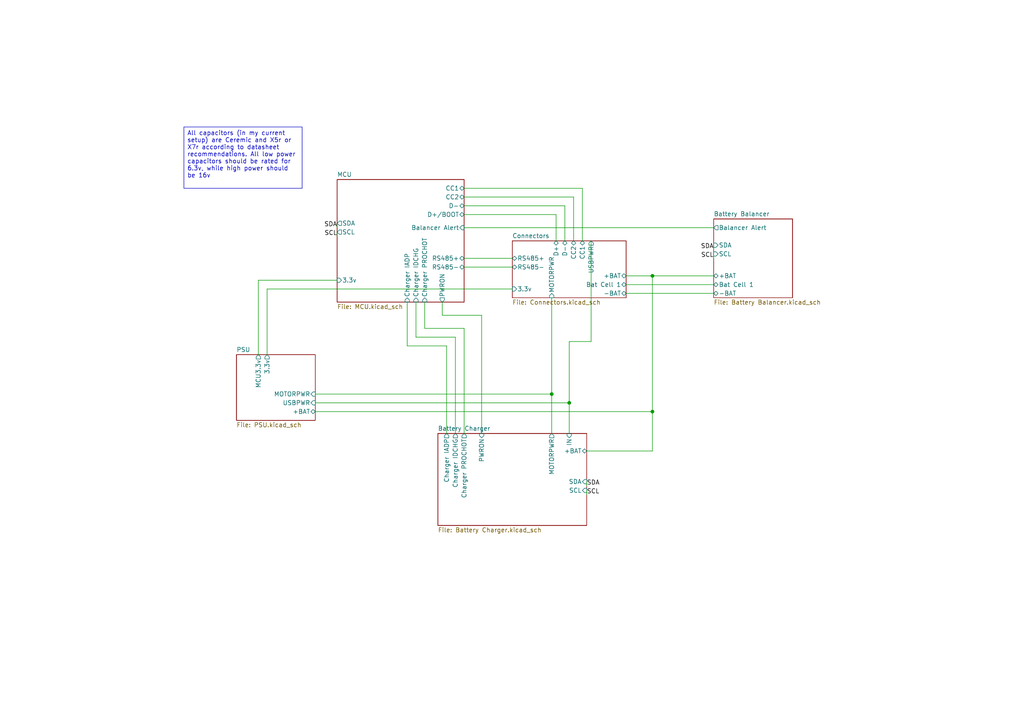
<source format=kicad_sch>
(kicad_sch
	(version 20231120)
	(generator "eeschema")
	(generator_version "8.0")
	(uuid "eb3f183d-8bb1-43a5-a363-092ed67891e3")
	(paper "A4")
	(title_block
		(title "CACKLE 2s 40A PSU & Charger")
		(date "2024-12-01")
		(rev "V1")
		(comment 1 "Author: Asher Edwards")
	)
	(lib_symbols)
	(junction
		(at 165.1 116.84)
		(diameter 0)
		(color 0 0 0 0)
		(uuid "9183ef1f-2af4-4ddd-8ee0-045afe8073f9")
	)
	(junction
		(at 160.02 114.3)
		(diameter 0)
		(color 0 0 0 0)
		(uuid "ab16a1a4-ddd7-4941-b125-887a99519bba")
	)
	(junction
		(at 189.23 119.38)
		(diameter 0)
		(color 0 0 0 0)
		(uuid "c8b03193-6f0e-4a0b-84f6-70205eafaee7")
	)
	(junction
		(at 189.23 80.01)
		(diameter 0)
		(color 0 0 0 0)
		(uuid "fb206044-ef9d-4385-bc5a-ca0f7cee377c")
	)
	(wire
		(pts
			(xy 170.18 140.97) (xy 170.18 139.7)
		)
		(stroke
			(width 0)
			(type default)
		)
		(uuid "03d25202-187a-4a73-abeb-5af46a0b7643")
	)
	(wire
		(pts
			(xy 97.79 68.58) (xy 97.79 67.31)
		)
		(stroke
			(width 0)
			(type default)
		)
		(uuid "0431ee2b-4f48-4eac-b99e-1cba1c07d10e")
	)
	(wire
		(pts
			(xy 181.61 80.01) (xy 189.23 80.01)
		)
		(stroke
			(width 0)
			(type default)
		)
		(uuid "1793ec84-5a77-4094-b1f2-6430d001a39b")
	)
	(wire
		(pts
			(xy 120.65 87.63) (xy 120.65 97.79)
		)
		(stroke
			(width 0)
			(type default)
		)
		(uuid "1be8d884-604c-4d82-920e-d45c766bb85e")
	)
	(wire
		(pts
			(xy 170.18 143.51) (xy 170.18 142.24)
		)
		(stroke
			(width 0)
			(type default)
		)
		(uuid "1dca155d-3489-4a59-855f-d60f82852f04")
	)
	(wire
		(pts
			(xy 165.1 99.06) (xy 165.1 116.84)
		)
		(stroke
			(width 0)
			(type default)
		)
		(uuid "1ed2b064-65eb-47ae-8a34-a8fd6d8fbf0a")
	)
	(wire
		(pts
			(xy 168.91 54.61) (xy 134.62 54.61)
		)
		(stroke
			(width 0)
			(type default)
		)
		(uuid "2247ff3d-6b3b-4df1-b084-9705c6105041")
	)
	(wire
		(pts
			(xy 77.47 102.87) (xy 77.47 83.82)
		)
		(stroke
			(width 0)
			(type default)
		)
		(uuid "26f1ffa6-88c2-4362-a00b-1e5c358fef48")
	)
	(wire
		(pts
			(xy 163.83 59.69) (xy 134.62 59.69)
		)
		(stroke
			(width 0)
			(type default)
		)
		(uuid "2f52ebac-b929-44d6-9d77-efc2e1c7eb45")
	)
	(wire
		(pts
			(xy 77.47 83.82) (xy 148.59 83.82)
		)
		(stroke
			(width 0)
			(type default)
		)
		(uuid "2f8d6741-b02f-4cd7-b606-98154f3396e1")
	)
	(wire
		(pts
			(xy 161.29 62.23) (xy 134.62 62.23)
		)
		(stroke
			(width 0)
			(type default)
		)
		(uuid "32dba635-afdd-4f58-b25c-cd91ddb8b5c6")
	)
	(wire
		(pts
			(xy 74.93 81.28) (xy 97.79 81.28)
		)
		(stroke
			(width 0)
			(type default)
		)
		(uuid "332b86c9-d2f4-43d5-8e5a-4d5cd20627e0")
	)
	(wire
		(pts
			(xy 189.23 80.01) (xy 189.23 119.38)
		)
		(stroke
			(width 0)
			(type default)
		)
		(uuid "336c00dc-3977-42fd-92d2-0a32187c3543")
	)
	(wire
		(pts
			(xy 91.44 116.84) (xy 165.1 116.84)
		)
		(stroke
			(width 0)
			(type default)
		)
		(uuid "4a67e4a6-97c7-449c-849b-e73c6b364eda")
	)
	(wire
		(pts
			(xy 181.61 85.09) (xy 207.01 85.09)
		)
		(stroke
			(width 0)
			(type default)
		)
		(uuid "4cbab67b-d754-4ade-9a9b-15b092a6ffa7")
	)
	(wire
		(pts
			(xy 139.7 91.44) (xy 139.7 125.73)
		)
		(stroke
			(width 0)
			(type default)
		)
		(uuid "558fa873-20b8-42a2-9a27-2ea30421f212")
	)
	(wire
		(pts
			(xy 168.91 69.85) (xy 168.91 54.61)
		)
		(stroke
			(width 0)
			(type default)
		)
		(uuid "5e326de8-39ca-4ec8-af64-6c940e4f9941")
	)
	(wire
		(pts
			(xy 118.11 100.33) (xy 129.54 100.33)
		)
		(stroke
			(width 0)
			(type default)
		)
		(uuid "602239c1-5d8f-4ef5-b5e8-900427d64803")
	)
	(wire
		(pts
			(xy 128.27 87.63) (xy 128.27 91.44)
		)
		(stroke
			(width 0)
			(type default)
		)
		(uuid "645a7523-57db-4a20-8ff3-a6346103c0bb")
	)
	(wire
		(pts
			(xy 166.37 69.85) (xy 166.37 57.15)
		)
		(stroke
			(width 0)
			(type default)
		)
		(uuid "6f76bb64-ab74-4482-ba65-d3f1f6d333fa")
	)
	(wire
		(pts
			(xy 128.27 91.44) (xy 139.7 91.44)
		)
		(stroke
			(width 0)
			(type default)
		)
		(uuid "705aaf8b-00bd-422a-a468-ff1ddfafe6a5")
	)
	(wire
		(pts
			(xy 91.44 119.38) (xy 189.23 119.38)
		)
		(stroke
			(width 0)
			(type default)
		)
		(uuid "70c60828-8212-464d-8452-2c1a04e03220")
	)
	(wire
		(pts
			(xy 74.93 102.87) (xy 74.93 81.28)
		)
		(stroke
			(width 0)
			(type default)
		)
		(uuid "711fac7d-3f6c-42b5-9a69-03757771022f")
	)
	(wire
		(pts
			(xy 91.44 114.3) (xy 160.02 114.3)
		)
		(stroke
			(width 0)
			(type default)
		)
		(uuid "73588807-10c8-4d00-84bb-ed0716aa709b")
	)
	(wire
		(pts
			(xy 181.61 82.55) (xy 207.01 82.55)
		)
		(stroke
			(width 0)
			(type default)
		)
		(uuid "7542ccb4-e525-4ac4-851b-ebf3048647fd")
	)
	(wire
		(pts
			(xy 120.65 97.79) (xy 132.08 97.79)
		)
		(stroke
			(width 0)
			(type default)
		)
		(uuid "79ad1b66-b938-4ce6-9865-3ccda9343574")
	)
	(wire
		(pts
			(xy 165.1 116.84) (xy 165.1 125.73)
		)
		(stroke
			(width 0)
			(type default)
		)
		(uuid "85b02d91-9f0c-46d6-b941-4c0943a61869")
	)
	(wire
		(pts
			(xy 207.01 72.39) (xy 207.01 71.12)
		)
		(stroke
			(width 0)
			(type default)
		)
		(uuid "85dc6811-c18e-4e30-a0b6-a187f3fb1c7b")
	)
	(wire
		(pts
			(xy 163.83 69.85) (xy 163.83 59.69)
		)
		(stroke
			(width 0)
			(type default)
		)
		(uuid "885284b9-5f69-4025-a0d1-1a7685987d42")
	)
	(wire
		(pts
			(xy 132.08 97.79) (xy 132.08 125.73)
		)
		(stroke
			(width 0)
			(type default)
		)
		(uuid "9053b374-9325-4fe0-911c-c1031848a401")
	)
	(wire
		(pts
			(xy 134.62 66.04) (xy 207.01 66.04)
		)
		(stroke
			(width 0)
			(type default)
		)
		(uuid "9d95ee71-1cfb-4e96-9409-d147fdd423a2")
	)
	(wire
		(pts
			(xy 166.37 57.15) (xy 134.62 57.15)
		)
		(stroke
			(width 0)
			(type default)
		)
		(uuid "a1311b6f-7ce0-4d67-8c2f-807bde42d1ac")
	)
	(wire
		(pts
			(xy 160.02 86.36) (xy 160.02 114.3)
		)
		(stroke
			(width 0)
			(type default)
		)
		(uuid "a4b3a588-a69e-4268-937a-74d9e0505eba")
	)
	(wire
		(pts
			(xy 207.01 74.93) (xy 207.01 73.66)
		)
		(stroke
			(width 0)
			(type default)
		)
		(uuid "a76ffdc3-1ca7-4b39-929c-e94a1ed660cc")
	)
	(wire
		(pts
			(xy 123.19 95.25) (xy 134.62 95.25)
		)
		(stroke
			(width 0)
			(type default)
		)
		(uuid "a94906bd-653a-4990-a99d-2d56713e191b")
	)
	(wire
		(pts
			(xy 161.29 69.85) (xy 161.29 62.23)
		)
		(stroke
			(width 0)
			(type default)
		)
		(uuid "ab67f892-2ae3-4104-a46e-6fb1fbd7ab8a")
	)
	(wire
		(pts
			(xy 97.79 66.04) (xy 97.79 64.77)
		)
		(stroke
			(width 0)
			(type default)
		)
		(uuid "ae1240cd-c286-4064-8d8b-bb91c5adb7ad")
	)
	(wire
		(pts
			(xy 134.62 95.25) (xy 134.62 125.73)
		)
		(stroke
			(width 0)
			(type default)
		)
		(uuid "b01b27bb-83bc-4126-a083-ac13c17fe9d5")
	)
	(wire
		(pts
			(xy 123.19 87.63) (xy 123.19 95.25)
		)
		(stroke
			(width 0)
			(type default)
		)
		(uuid "b1bac559-7dad-40e9-ab0f-86b6c2be791e")
	)
	(wire
		(pts
			(xy 165.1 99.06) (xy 171.45 99.06)
		)
		(stroke
			(width 0)
			(type default)
		)
		(uuid "b2bf4779-fcbc-46ea-84ac-49033f2a979e")
	)
	(wire
		(pts
			(xy 160.02 114.3) (xy 160.02 125.73)
		)
		(stroke
			(width 0)
			(type default)
		)
		(uuid "bc3ecb9b-d6d6-4fcc-b304-24698541cff7")
	)
	(wire
		(pts
			(xy 189.23 130.81) (xy 170.18 130.81)
		)
		(stroke
			(width 0)
			(type default)
		)
		(uuid "c07f3738-cf5c-47fa-83a3-214d334e89dc")
	)
	(wire
		(pts
			(xy 129.54 100.33) (xy 129.54 125.73)
		)
		(stroke
			(width 0)
			(type default)
		)
		(uuid "c0bd0ad8-eb54-42ca-b00c-1f17ec40e0d8")
	)
	(wire
		(pts
			(xy 134.62 77.47) (xy 148.59 77.47)
		)
		(stroke
			(width 0)
			(type default)
		)
		(uuid "c3e9a0b1-b72d-4f79-9bae-7048c15bc7a0")
	)
	(wire
		(pts
			(xy 189.23 80.01) (xy 207.01 80.01)
		)
		(stroke
			(width 0)
			(type default)
		)
		(uuid "d04e5156-1214-4025-af39-cb3c85a59684")
	)
	(wire
		(pts
			(xy 189.23 119.38) (xy 189.23 130.81)
		)
		(stroke
			(width 0)
			(type default)
		)
		(uuid "d63ef144-36bc-4875-9527-19707f91125b")
	)
	(wire
		(pts
			(xy 118.11 87.63) (xy 118.11 100.33)
		)
		(stroke
			(width 0)
			(type default)
		)
		(uuid "da507da0-52d0-4ba3-a6a2-60521da0477c")
	)
	(wire
		(pts
			(xy 134.62 74.93) (xy 148.59 74.93)
		)
		(stroke
			(width 0)
			(type default)
		)
		(uuid "db69a243-524e-4dbe-b61e-929a84e2bf1f")
	)
	(wire
		(pts
			(xy 171.45 99.06) (xy 171.45 69.85)
		)
		(stroke
			(width 0)
			(type default)
		)
		(uuid "fa8a0333-032c-4dcb-acc8-a066804b67b6")
	)
	(text_box "All capacitors (in my current setup) are Ceremic and X5r or X7r according to datasheet recommendations. All low power capacitors should be rated for 6.3v, while high power should be 16v"
		(exclude_from_sim no)
		(at 53.34 36.83 0)
		(size 34.29 17.78)
		(stroke
			(width 0)
			(type default)
		)
		(fill
			(type none)
		)
		(effects
			(font
				(size 1.27 1.27)
			)
			(justify left top)
		)
		(uuid "3601b890-389c-4ace-a217-9aa5061f1d65")
	)
	(label "SDA"
		(at 170.18 140.97 0)
		(fields_autoplaced yes)
		(effects
			(font
				(size 1.27 1.27)
			)
			(justify left bottom)
		)
		(uuid "2e50526b-d227-46a3-91c6-afe04099d8d3")
	)
	(label "SCL"
		(at 170.18 143.51 0)
		(fields_autoplaced yes)
		(effects
			(font
				(size 1.27 1.27)
			)
			(justify left bottom)
		)
		(uuid "3a742b6e-588b-4123-a0db-0e438efa19aa")
	)
	(label "SDA"
		(at 97.79 66.04 180)
		(fields_autoplaced yes)
		(effects
			(font
				(size 1.27 1.27)
			)
			(justify right bottom)
		)
		(uuid "5448ac8b-7f4c-4d1d-9bb2-b79173ffb9fa")
	)
	(label "SCL"
		(at 207.01 74.93 180)
		(fields_autoplaced yes)
		(effects
			(font
				(size 1.27 1.27)
			)
			(justify right bottom)
		)
		(uuid "61103e63-c5ef-4d73-b028-5ad0e66b6865")
	)
	(label "SDA"
		(at 207.01 72.39 180)
		(fields_autoplaced yes)
		(effects
			(font
				(size 1.27 1.27)
			)
			(justify right bottom)
		)
		(uuid "6863c14c-c2f7-414c-acd6-5a365ddeea8e")
	)
	(label "SCL"
		(at 97.79 68.58 180)
		(fields_autoplaced yes)
		(effects
			(font
				(size 1.27 1.27)
			)
			(justify right bottom)
		)
		(uuid "ed9d80f7-d86b-488f-b9f4-8d5afbd3764a")
	)
	(sheet
		(at 148.59 69.85)
		(size 33.02 16.51)
		(fields_autoplaced yes)
		(stroke
			(width 0.1524)
			(type solid)
		)
		(fill
			(color 0 0 0 0.0000)
		)
		(uuid "3a3003bc-8e40-4cd7-b859-421f37e4b48c")
		(property "Sheetname" "Connectors"
			(at 148.59 69.1384 0)
			(effects
				(font
					(size 1.27 1.27)
				)
				(justify left bottom)
			)
		)
		(property "Sheetfile" "Connectors.kicad_sch"
			(at 148.59 86.9446 0)
			(effects
				(font
					(size 1.27 1.27)
				)
				(justify left top)
			)
		)
		(pin "USBPWR" output
			(at 171.45 69.85 90)
			(effects
				(font
					(size 1.27 1.27)
				)
				(justify right)
			)
			(uuid "6cce8e30-2946-406d-8120-dc791f6159fa")
		)
		(pin "Bat Cell 1" bidirectional
			(at 181.61 82.55 0)
			(effects
				(font
					(size 1.27 1.27)
				)
				(justify right)
			)
			(uuid "a2f9dc6d-3b67-4ebb-abcb-91611163734f")
		)
		(pin "+BAT" bidirectional
			(at 181.61 80.01 0)
			(effects
				(font
					(size 1.27 1.27)
				)
				(justify right)
			)
			(uuid "49823cb4-9993-4fc3-9512-bd384dc92246")
		)
		(pin "-BAT" bidirectional
			(at 181.61 85.09 0)
			(effects
				(font
					(size 1.27 1.27)
				)
				(justify right)
			)
			(uuid "d7628519-5e17-4149-879d-5ef735e686ad")
		)
		(pin "MOTORPWR" input
			(at 160.02 86.36 270)
			(effects
				(font
					(size 1.27 1.27)
				)
				(justify left)
			)
			(uuid "13f26b08-e478-4b0a-a03c-5210554b5a0d")
		)
		(pin "RS485+" bidirectional
			(at 148.59 74.93 180)
			(effects
				(font
					(size 1.27 1.27)
				)
				(justify left)
			)
			(uuid "b27d757c-f347-4612-bbb0-1015a208a3e3")
		)
		(pin "3.3v" input
			(at 148.59 83.82 180)
			(effects
				(font
					(size 1.27 1.27)
				)
				(justify left)
			)
			(uuid "5fc734aa-e065-42d8-a4a9-1ea03597329f")
		)
		(pin "RS485-" bidirectional
			(at 148.59 77.47 180)
			(effects
				(font
					(size 1.27 1.27)
				)
				(justify left)
			)
			(uuid "5c74c989-722c-4250-bd8d-90f2a5fba687")
		)
		(pin "CC1" bidirectional
			(at 168.91 69.85 90)
			(effects
				(font
					(size 1.27 1.27)
				)
				(justify right)
			)
			(uuid "c425690b-93c2-46d9-9679-0f49686bbc09")
		)
		(pin "CC2" bidirectional
			(at 166.37 69.85 90)
			(effects
				(font
					(size 1.27 1.27)
				)
				(justify right)
			)
			(uuid "5cc9caff-a362-4869-bc4f-a249e5c252d3")
		)
		(pin "D-" bidirectional
			(at 163.83 69.85 90)
			(effects
				(font
					(size 1.27 1.27)
				)
				(justify right)
			)
			(uuid "1919c004-eba2-4ed7-9288-d7fecbbf9ebe")
		)
		(pin "D+" bidirectional
			(at 161.29 69.85 90)
			(effects
				(font
					(size 1.27 1.27)
				)
				(justify right)
			)
			(uuid "47c0c405-e15a-4912-9d6b-9fb9a78ae2e2")
		)
		(instances
			(project "2s 40A PSU and charger"
				(path "/eb3f183d-8bb1-43a5-a363-092ed67891e3"
					(page "5")
				)
			)
		)
	)
	(sheet
		(at 127 125.73)
		(size 43.18 26.67)
		(fields_autoplaced yes)
		(stroke
			(width 0.1524)
			(type solid)
		)
		(fill
			(color 0 0 0 0.0000)
		)
		(uuid "51a1bb53-ba94-4dbc-a00c-ce32ffc237e4")
		(property "Sheetname" "Battery Charger"
			(at 127 125.0184 0)
			(effects
				(font
					(size 1.27 1.27)
				)
				(justify left bottom)
			)
		)
		(property "Sheetfile" "Battery Charger.kicad_sch"
			(at 127 152.9846 0)
			(effects
				(font
					(size 1.27 1.27)
				)
				(justify left top)
			)
		)
		(pin "SDA" input
			(at 170.18 139.7 0)
			(effects
				(font
					(size 1.27 1.27)
				)
				(justify right)
			)
			(uuid "ace08086-b97d-49ab-83bf-655a9bcd0671")
		)
		(pin "SCL" input
			(at 170.18 142.24 0)
			(effects
				(font
					(size 1.27 1.27)
				)
				(justify right)
			)
			(uuid "15c774bd-1b77-4187-8e1c-fb6bd681eee6")
		)
		(pin "+BAT" bidirectional
			(at 170.18 130.81 0)
			(effects
				(font
					(size 1.27 1.27)
				)
				(justify right)
			)
			(uuid "367dfd8d-9df6-44ca-8b3b-37b07f059955")
		)
		(pin "IN" input
			(at 165.1 125.73 90)
			(effects
				(font
					(size 1.27 1.27)
				)
				(justify right)
			)
			(uuid "9a59b58e-d8e9-4a33-9c17-0101f8f06e35")
		)
		(pin "MOTORPWR" output
			(at 160.02 125.73 90)
			(effects
				(font
					(size 1.27 1.27)
				)
				(justify right)
			)
			(uuid "4131e964-00c9-40ff-b3f5-5a097327d8e2")
		)
		(pin "Charger PROCHOT" output
			(at 134.62 125.73 90)
			(effects
				(font
					(size 1.27 1.27)
				)
				(justify right)
			)
			(uuid "deeab9b5-ffbf-452b-8c2e-946a96266363")
		)
		(pin "Charger IADP" output
			(at 129.54 125.73 90)
			(effects
				(font
					(size 1.27 1.27)
				)
				(justify right)
			)
			(uuid "34f4afdc-2d82-4bda-a563-3a310e3ba536")
		)
		(pin "Charger IDCHG" output
			(at 132.08 125.73 90)
			(effects
				(font
					(size 1.27 1.27)
				)
				(justify right)
			)
			(uuid "0e1a5394-d937-44b9-95a7-b46c73f4fad2")
		)
		(pin "PWRON" input
			(at 139.7 125.73 90)
			(effects
				(font
					(size 1.27 1.27)
				)
				(justify right)
			)
			(uuid "0f5e7e68-1184-4699-87ec-93a8568ac697")
		)
		(instances
			(project "2s 40A PSU and charger"
				(path "/eb3f183d-8bb1-43a5-a363-092ed67891e3"
					(page "3")
				)
			)
		)
	)
	(sheet
		(at 97.79 52.07)
		(size 36.83 35.56)
		(fields_autoplaced yes)
		(stroke
			(width 0.1524)
			(type solid)
		)
		(fill
			(color 0 0 0 0.0000)
		)
		(uuid "77be5f81-4ede-42b7-b1c4-fa657e9379ac")
		(property "Sheetname" "MCU"
			(at 97.79 51.3584 0)
			(effects
				(font
					(size 1.27 1.27)
				)
				(justify left bottom)
			)
		)
		(property "Sheetfile" "MCU.kicad_sch"
			(at 97.79 88.2146 0)
			(effects
				(font
					(size 1.27 1.27)
				)
				(justify left top)
			)
		)
		(pin "3.3v" input
			(at 97.79 81.28 180)
			(effects
				(font
					(size 1.27 1.27)
				)
				(justify left)
			)
			(uuid "0d16422f-da81-470d-a87c-774b02c4e2af")
		)
		(pin "SDA" output
			(at 97.79 64.77 180)
			(effects
				(font
					(size 1.27 1.27)
				)
				(justify left)
			)
			(uuid "5c16a19f-4579-4833-a48f-732e1b06a379")
		)
		(pin "SCL" output
			(at 97.79 67.31 180)
			(effects
				(font
					(size 1.27 1.27)
				)
				(justify left)
			)
			(uuid "b7ec0542-43c8-4b8b-932f-58b3b22b2976")
		)
		(pin "Charger PROCHOT" input
			(at 123.19 87.63 270)
			(effects
				(font
					(size 1.27 1.27)
				)
				(justify left)
			)
			(uuid "94b155d4-cb7a-4bd9-b634-3b1296dde08e")
		)
		(pin "RS485-" bidirectional
			(at 134.62 77.47 0)
			(effects
				(font
					(size 1.27 1.27)
				)
				(justify right)
			)
			(uuid "5b412e6e-dfde-4e6d-b4e9-650ec23cee25")
		)
		(pin "RS485+" bidirectional
			(at 134.62 74.93 0)
			(effects
				(font
					(size 1.27 1.27)
				)
				(justify right)
			)
			(uuid "e881a776-d1ce-4543-976e-736f6cd32c37")
		)
		(pin "Balancer Alert" input
			(at 134.62 66.04 0)
			(effects
				(font
					(size 1.27 1.27)
				)
				(justify right)
			)
			(uuid "eca9f86d-e03f-4671-a46b-bd858581f1b0")
		)
		(pin "Charger IDCHG" input
			(at 120.65 87.63 270)
			(effects
				(font
					(size 1.27 1.27)
				)
				(justify left)
			)
			(uuid "19d22103-96c4-4ba9-afb5-7bc2cd9ac270")
		)
		(pin "Charger IADP" input
			(at 118.11 87.63 270)
			(effects
				(font
					(size 1.27 1.27)
				)
				(justify left)
			)
			(uuid "9dea92fc-0fee-4112-bba3-ae36e834ffb9")
		)
		(pin "PWRON" output
			(at 128.27 87.63 270)
			(effects
				(font
					(size 1.27 1.27)
				)
				(justify left)
			)
			(uuid "f8e3d371-d55e-4704-86dd-11341e8ffc5d")
		)
		(pin "D+{slash}BOOT" bidirectional
			(at 134.62 62.23 0)
			(effects
				(font
					(size 1.27 1.27)
				)
				(justify right)
			)
			(uuid "8eeba6f2-7d59-46d0-8ed2-712b80da413b")
		)
		(pin "CC2" bidirectional
			(at 134.62 57.15 0)
			(effects
				(font
					(size 1.27 1.27)
				)
				(justify right)
			)
			(uuid "3bc57a27-87bd-4698-a276-0039d11337d0")
		)
		(pin "D-" bidirectional
			(at 134.62 59.69 0)
			(effects
				(font
					(size 1.27 1.27)
				)
				(justify right)
			)
			(uuid "f01c1b87-f1ae-4393-be06-63b92fb09bb8")
		)
		(pin "CC1" bidirectional
			(at 134.62 54.61 0)
			(effects
				(font
					(size 1.27 1.27)
				)
				(justify right)
			)
			(uuid "89399faa-e2b7-429d-8201-f87c662ae6a9")
		)
		(instances
			(project "2s 40A PSU and charger"
				(path "/eb3f183d-8bb1-43a5-a363-092ed67891e3"
					(page "6")
				)
			)
		)
	)
	(sheet
		(at 207.01 63.5)
		(size 22.86 22.86)
		(fields_autoplaced yes)
		(stroke
			(width 0.1524)
			(type solid)
		)
		(fill
			(color 0 0 0 0.0000)
		)
		(uuid "9cf42ac0-c980-41ef-957c-e7b7cc3eb205")
		(property "Sheetname" "Battery Balancer"
			(at 207.01 62.7884 0)
			(effects
				(font
					(size 1.27 1.27)
				)
				(justify left bottom)
			)
		)
		(property "Sheetfile" "Battery Balancer.kicad_sch"
			(at 207.01 86.9446 0)
			(effects
				(font
					(size 1.27 1.27)
				)
				(justify left top)
			)
		)
		(pin "-BAT" bidirectional
			(at 207.01 85.09 180)
			(effects
				(font
					(size 1.27 1.27)
				)
				(justify left)
			)
			(uuid "f741dfb7-903e-47d2-a754-3ea925a87da8")
		)
		(pin "SDA" input
			(at 207.01 71.12 180)
			(effects
				(font
					(size 1.27 1.27)
				)
				(justify left)
			)
			(uuid "86eba565-8b19-46c6-93f2-b6a4a5dd7cbd")
		)
		(pin "SCL" input
			(at 207.01 73.66 180)
			(effects
				(font
					(size 1.27 1.27)
				)
				(justify left)
			)
			(uuid "e09c2ffb-e854-4f5f-b271-30b66e378195")
		)
		(pin "+BAT" bidirectional
			(at 207.01 80.01 180)
			(effects
				(font
					(size 1.27 1.27)
				)
				(justify left)
			)
			(uuid "17570667-95a5-40b8-b3f0-8c3f27dcb40c")
		)
		(pin "Bat Cell 1" bidirectional
			(at 207.01 82.55 180)
			(effects
				(font
					(size 1.27 1.27)
				)
				(justify left)
			)
			(uuid "bcefb429-42af-4f92-b997-0616c1c0b0fe")
		)
		(pin "Balancer Alert" output
			(at 207.01 66.04 180)
			(effects
				(font
					(size 1.27 1.27)
				)
				(justify left)
			)
			(uuid "fe703203-340b-4f93-8bcb-a1e6c28c7d77")
		)
		(instances
			(project "2s 40A PSU and charger"
				(path "/eb3f183d-8bb1-43a5-a363-092ed67891e3"
					(page "4")
				)
			)
		)
	)
	(sheet
		(at 68.58 102.87)
		(size 22.86 19.05)
		(fields_autoplaced yes)
		(stroke
			(width 0.1524)
			(type solid)
		)
		(fill
			(color 0 0 0 0.0000)
		)
		(uuid "a57a0b4f-e246-497c-8d94-688647d8fd03")
		(property "Sheetname" "PSU"
			(at 68.58 102.1584 0)
			(effects
				(font
					(size 1.27 1.27)
				)
				(justify left bottom)
			)
		)
		(property "Sheetfile" "PSU.kicad_sch"
			(at 68.58 122.5046 0)
			(effects
				(font
					(size 1.27 1.27)
				)
				(justify left top)
			)
		)
		(pin "3.3v" output
			(at 77.47 102.87 90)
			(effects
				(font
					(size 1.27 1.27)
				)
				(justify right)
			)
			(uuid "76eb86f3-e154-4de8-8169-15047e227c4c")
		)
		(pin "USBPWR" input
			(at 91.44 116.84 0)
			(effects
				(font
					(size 1.27 1.27)
				)
				(justify right)
			)
			(uuid "b94f9cb1-b553-42ed-ab10-ac6aed9495d9")
		)
		(pin "MCU3.3v" output
			(at 74.93 102.87 90)
			(effects
				(font
					(size 1.27 1.27)
				)
				(justify right)
			)
			(uuid "0e01db4b-85ce-4611-a0ce-28ed28f1d300")
		)
		(pin "+BAT" bidirectional
			(at 91.44 119.38 0)
			(effects
				(font
					(size 1.27 1.27)
				)
				(justify right)
			)
			(uuid "99d3fa99-c9a2-40f6-9c97-07b1de6daf8a")
		)
		(pin "MOTORPWR" input
			(at 91.44 114.3 0)
			(effects
				(font
					(size 1.27 1.27)
				)
				(justify right)
			)
			(uuid "9986bc65-9e98-4fa3-aa01-7525ce75e1e2")
		)
		(instances
			(project "2s 40A PSU and charger"
				(path "/eb3f183d-8bb1-43a5-a363-092ed67891e3"
					(page "2")
				)
			)
		)
	)
	(sheet_instances
		(path "/"
			(page "1")
		)
	)
)

</source>
